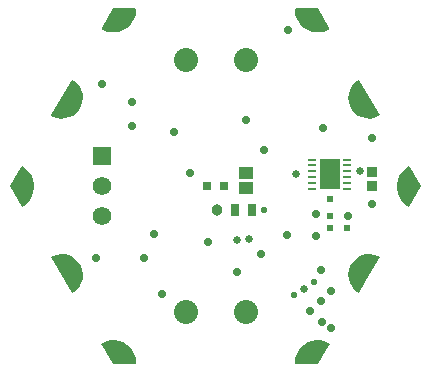
<source format=gbr>
%TF.GenerationSoftware,Altium Limited,Altium Designer,25.8.1 (18)*%
G04 Layer_Color=8388736*
%FSLAX45Y45*%
%MOMM*%
%TF.SameCoordinates,D209C50B-13B8-4165-AD63-5D07F8741E93*%
%TF.FilePolarity,Negative*%
%TF.FileFunction,Soldermask,Top*%
%TF.Part,Single*%
G01*
G75*
%TA.AperFunction,SMDPad,CuDef*%
%ADD10R,0.76200X0.25400*%
%ADD13R,1.80340X2.59080*%
%ADD14R,0.86213X0.85776*%
%ADD16R,0.60000X0.50000*%
%ADD17R,0.50000X0.60000*%
%ADD18R,0.80000X0.80000*%
%TA.AperFunction,ComponentPad*%
%ADD30C,2.03200*%
%ADD31C,1.57000*%
%ADD32R,1.57000X1.57000*%
%TA.AperFunction,SMDPad,CuDef*%
%ADD53R,0.74000X0.99000*%
%ADD54R,1.15320X1.00320*%
G04:AMPARAMS|DCode=55|XSize=1.2032mm|YSize=1.2032mm|CornerRadius=0.6016mm|HoleSize=0mm|Usage=FLASHONLY|Rotation=120.000|XOffset=0mm|YOffset=0mm|HoleType=Round|Shape=RoundedRectangle|*
%AMROUNDEDRECTD55*
21,1,1.20320,0.00000,0,0,120.0*
21,1,0.00000,1.20320,0,0,120.0*
1,1,1.20320,0.00000,0.00000*
1,1,1.20320,0.00000,0.00000*
1,1,1.20320,0.00000,0.00000*
1,1,1.20320,0.00000,0.00000*
%
%ADD55ROUNDEDRECTD55*%
G04:AMPARAMS|DCode=56|XSize=1.2032mm|YSize=1.2032mm|CornerRadius=0.6016mm|HoleSize=0mm|Usage=FLASHONLY|Rotation=0.000|XOffset=0mm|YOffset=0mm|HoleType=Round|Shape=RoundedRectangle|*
%AMROUNDEDRECTD56*
21,1,1.20320,0.00000,0,0,0.0*
21,1,0.00000,1.20320,0,0,0.0*
1,1,1.20320,0.00000,0.00000*
1,1,1.20320,0.00000,0.00000*
1,1,1.20320,0.00000,0.00000*
1,1,1.20320,0.00000,0.00000*
%
%ADD56ROUNDEDRECTD56*%
G04:AMPARAMS|DCode=57|XSize=1.2032mm|YSize=1.2032mm|CornerRadius=0.6016mm|HoleSize=0mm|Usage=FLASHONLY|Rotation=60.000|XOffset=0mm|YOffset=0mm|HoleType=Round|Shape=RoundedRectangle|*
%AMROUNDEDRECTD57*
21,1,1.20320,0.00000,0,0,60.0*
21,1,0.00000,1.20320,0,0,60.0*
1,1,1.20320,0.00000,0.00000*
1,1,1.20320,0.00000,0.00000*
1,1,1.20320,0.00000,0.00000*
1,1,1.20320,0.00000,0.00000*
%
%ADD57ROUNDEDRECTD57*%
%TA.AperFunction,ViaPad*%
%ADD58C,0.96520*%
%ADD59C,0.71120*%
%ADD60C,0.66040*%
%ADD61C,0.63500*%
%ADD62C,0.58420*%
G36*
X-680679Y1505001D02*
X-671062D01*
X-670593Y1487514D01*
X-670617Y1487355D01*
X-670595Y1486512D01*
X-675893Y1451930D01*
X-687257Y1418841D01*
X-704324Y1388302D01*
X-726552Y1361284D01*
X-753230Y1338651D01*
X-783508Y1321123D01*
X-816421Y1309260D01*
X-850919Y1303439D01*
X-885902Y1303847D01*
X-920255Y1310471D01*
X-952882Y1323098D01*
X-967812Y1332212D01*
X-967385Y1332955D01*
X-967811Y1333215D01*
X-962688Y1342110D01*
X-963200Y1342424D01*
Y1342424D01*
X-868900Y1505302D01*
X-680694Y1505529D01*
X-680679Y1505001D01*
D02*
G37*
G36*
X-1200432Y895437D02*
X-1173512Y872965D01*
X-1151590Y845595D01*
X-1135541Y814417D01*
X-1126003Y780672D01*
X-1123357Y745705D01*
X-1123406Y745319D01*
X-1123359Y744703D01*
X-1127710Y709907D01*
X-1138885Y676669D01*
X-1147741Y661353D01*
X-1156613Y645963D01*
X-1179811Y619666D01*
X-1207770Y598500D01*
X-1239375Y583308D01*
X-1273367Y574695D01*
X-1308393Y573005D01*
X-1343057Y578305D01*
X-1375978Y590383D01*
X-1390912Y599571D01*
X-1390911D01*
X-1390602Y600108D01*
X-1390798Y600229D01*
X-1390370Y600968D01*
X-1390796Y601231D01*
X-1390796D01*
X-1215856Y903775D01*
X-1200432Y895437D01*
D02*
G37*
G36*
X-1623477Y162407D02*
X-1596148Y140453D01*
X-1573160Y113988D01*
X-1555246Y83857D01*
X-1542976Y51020D01*
X-1536741Y16525D01*
Y-18530D01*
X-1542976Y-53025D01*
X-1555246Y-85862D01*
X-1573160Y-115993D01*
X-1596148Y-142457D01*
X-1623477Y-164412D01*
X-1638875Y-172783D01*
X-1737776Y-1002D01*
X-1737487Y-500D01*
X-1737775Y0D01*
X-1643868Y163105D01*
X-1643430Y162868D01*
X-1638875Y170779D01*
X-1623477Y162407D01*
D02*
G37*
G36*
X-1273285Y-576201D02*
X-1239281Y-584768D01*
X-1207656Y-599919D01*
X-1179669Y-621048D01*
X-1156437Y-647314D01*
X-1138883Y-677671D01*
X-1127708Y-710910D01*
X-1123357Y-745706D01*
X-1123405Y-746339D01*
X-1123359Y-746708D01*
X-1126005Y-781675D01*
X-1135543Y-815420D01*
X-1151592Y-846598D01*
X-1173514Y-873968D01*
X-1200434Y-896439D01*
X-1215858Y-904778D01*
X-1215858Y-904778D01*
X-1390798Y-602233D01*
X-1390369Y-601969D01*
X-1390796Y-601231D01*
X-1390796Y-601231D01*
D01*
X-1375875Y-592024D01*
X-1342970Y-579902D01*
X-1308313Y-574557D01*
X-1273285Y-576201D01*
D02*
G37*
G36*
X-816419Y-1310262D02*
X-783506Y-1322126D01*
X-753228Y-1339653D01*
X-726550Y-1362287D01*
X-704323Y-1389304D01*
X-687255Y-1419844D01*
X-675891Y-1452932D01*
X-670593Y-1487514D01*
X-671062Y-1505001D01*
X-680679D01*
X-680694Y-1505529D01*
X-868900Y-1505302D01*
X-963200Y-1342424D01*
X-962688Y-1342110D01*
X-967811Y-1333215D01*
D01*
Y-1333215D01*
Y-1333215D01*
X-952880Y-1324100D01*
X-920253Y-1311473D01*
X-885900Y-1304850D01*
X-850917Y-1304442D01*
X-816419Y-1310262D01*
D02*
G37*
G36*
X868900Y1505302D02*
X963200Y1342424D01*
X962688Y1342109D01*
X967810Y1333215D01*
X967382Y1332953D01*
X967809Y1332212D01*
X967809D01*
X952878Y1323098D01*
X920251Y1310471D01*
X885898Y1303847D01*
X850915Y1303439D01*
X816417Y1309260D01*
X783504Y1321123D01*
X753226Y1338651D01*
X726548Y1361284D01*
X704321Y1388302D01*
X687253Y1418841D01*
X675889Y1451930D01*
X670591Y1486512D01*
X670614Y1487375D01*
X670593Y1487514D01*
X671061Y1505001D01*
X680679D01*
X680694Y1505529D01*
Y1505529D01*
X868900Y1505302D01*
D02*
G37*
G36*
X1390796Y601231D02*
X1390367Y600967D01*
X1390794Y600229D01*
X1375873Y591021D01*
X1342968Y578900D01*
X1308311Y573554D01*
X1273283Y575198D01*
X1239279Y583766D01*
X1207654Y598916D01*
X1179667Y620045D01*
X1156435Y646312D01*
X1138881Y676669D01*
X1127706Y709907D01*
X1123355Y744703D01*
X1123403Y745336D01*
X1123357Y745705D01*
X1126003Y780672D01*
X1135541Y814417D01*
X1151590Y845595D01*
X1173511Y872965D01*
X1200432Y895437D01*
X1215856Y903775D01*
X1390796Y601231D01*
D02*
G37*
G36*
X1643427Y162866D02*
X1643868Y163105D01*
X1643868D01*
X1737775Y0D01*
X1737485Y-503D01*
X1737773Y-1002D01*
X1638871Y-172783D01*
X1623473Y-164412D01*
X1596145Y-142457D01*
X1573157Y-115993D01*
X1555242Y-85862D01*
X1542972Y-53025D01*
X1536737Y-18530D01*
Y16525D01*
X1542972Y51020D01*
X1555242Y83857D01*
X1573157Y113988D01*
X1596145Y140453D01*
X1623473Y162407D01*
X1638871Y170779D01*
X1638872D01*
X1643427Y162866D01*
D02*
G37*
G36*
X1390908Y-601576D02*
D01*
Y-601576D01*
Y-601576D01*
D02*
G37*
G36*
X1390794Y-602233D02*
D01*
Y-602233D01*
Y-602233D01*
D02*
G37*
G36*
X1342970Y-579902D02*
X1375875Y-592024D01*
X1390796Y-601231D01*
X1390678Y-601435D01*
X1390908Y-601576D01*
X1390598Y-602113D01*
X1390794Y-602233D01*
X1303462Y-753266D01*
X1216367Y-904350D01*
X1216164Y-904242D01*
X1215854Y-904778D01*
X1200430Y-896439D01*
X1173510Y-873968D01*
X1151588Y-846598D01*
X1135539Y-815420D01*
X1126001Y-781675D01*
X1123355Y-746708D01*
X1123404Y-746321D01*
X1123357Y-745706D01*
X1127708Y-710910D01*
X1138883Y-677671D01*
X1156436Y-647314D01*
X1179669Y-621048D01*
X1207655Y-599919D01*
X1239280Y-584768D01*
X1273284Y-576201D01*
X1308313Y-574557D01*
X1342970Y-579902D01*
D02*
G37*
G36*
X885900Y-1304850D02*
X920253Y-1311473D01*
X952880Y-1324100D01*
X967810Y-1333215D01*
X967811Y-1333215D01*
X962688Y-1342110D01*
X963200Y-1342424D01*
X868900Y-1505302D01*
X680694Y-1505529D01*
X680679Y-1505001D01*
X671061D01*
X670593Y-1487514D01*
X675891Y-1452932D01*
X687255Y-1419844D01*
X704322Y-1389304D01*
X726550Y-1362287D01*
X753228Y-1339653D01*
X783506Y-1322126D01*
X816419Y-1310262D01*
X850917Y-1304442D01*
X885900Y-1304850D01*
D02*
G37*
D10*
X817880Y176600D02*
D03*
X1112520D02*
D03*
X817880Y76600D02*
D03*
Y226600D02*
D03*
X1112520Y76600D02*
D03*
Y226600D02*
D03*
Y126600D02*
D03*
X817880D02*
D03*
Y26600D02*
D03*
Y-23400D02*
D03*
X1112520D02*
D03*
Y26600D02*
D03*
D13*
X965200Y101600D02*
D03*
D14*
X1320800Y0D02*
D03*
Y120437D02*
D03*
D16*
X965200Y-254000D02*
D03*
Y-104000D02*
D03*
D17*
Y-355600D02*
D03*
X1115200D02*
D03*
D18*
X-75000Y0D02*
D03*
X75000D02*
D03*
D30*
X-254000Y1066800D02*
D03*
X254000D02*
D03*
Y-1066800D02*
D03*
X-254000D02*
D03*
D31*
X-965200Y-254000D02*
D03*
Y0D02*
D03*
D32*
Y254000D02*
D03*
D53*
X164800Y-200800D02*
D03*
X304800D02*
D03*
D54*
X254000Y113300D02*
D03*
Y-11700D02*
D03*
D55*
X-1239014Y714008D02*
D03*
X1239010Y-716012D02*
D03*
X826008Y-1431011D02*
D03*
X-826008Y1431011D02*
D03*
D56*
X1239012Y715010D02*
D03*
X-1239012Y-715010D02*
D03*
X1651991Y0D02*
D03*
X-1651991D02*
D03*
D57*
X826008Y1431011D02*
D03*
X-826008Y-1431011D02*
D03*
D58*
X12428Y-202068D02*
D03*
D59*
X-711200Y711200D02*
D03*
X847494Y-417468D02*
D03*
X852441Y-233847D02*
D03*
X965200Y101600D02*
D03*
X-711200Y508000D02*
D03*
X406400Y304800D02*
D03*
X-212131Y116193D02*
D03*
X910636Y491501D02*
D03*
X895449Y-705385D02*
D03*
X892751Y-972353D02*
D03*
X1320800Y-152400D02*
D03*
X-965200Y863600D02*
D03*
X-609600Y-609600D02*
D03*
X609600Y1320800D02*
D03*
X-65023Y-475845D02*
D03*
X-457200Y-914400D02*
D03*
X179275Y-724028D02*
D03*
X979924Y-886196D02*
D03*
X-517720Y-402412D02*
D03*
X254000Y558800D02*
D03*
X803035Y-1055801D02*
D03*
X897722Y-1146328D02*
D03*
X980106Y-1199174D02*
D03*
X1117600Y-254000D02*
D03*
X388730Y-571990D02*
D03*
X606007Y-411845D02*
D03*
X-355600Y457200D02*
D03*
X1320800Y406400D02*
D03*
X-1016000Y-609600D02*
D03*
D60*
X1225002Y127053D02*
D03*
X678175Y107807D02*
D03*
D61*
X184284Y-457767D02*
D03*
X285879Y-442115D02*
D03*
X750252Y-865825D02*
D03*
D62*
X834252Y-809198D02*
D03*
X660400Y-916625D02*
D03*
X406400Y-203200D02*
D03*
%TF.MD5,e7209f451a4a8944093b40a106a6ce8f*%
M02*

</source>
